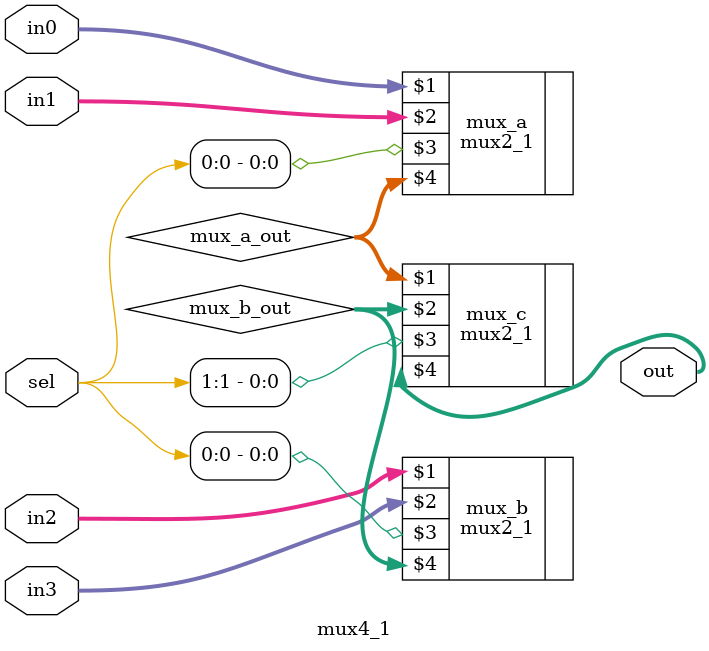
<source format=v>
`timescale 1ns / 1ps

// mux 4_1 din 2 mux-uri 2_1
module mux4_1(
    input [31:0] in0, in1, in2, in3,
    input [1:0] sel,
    output [31:0] out
    );

    wire [31:0] mux_a_out;
    wire [31:0] mux_b_out;

    mux2_1 mux_a (in0, in1, sel[0],mux_a_out);
    mux2_1 mux_b (in2, in3, sel[0], mux_b_out);
    mux2_1 mux_c (mux_a_out, mux_b_out, sel[1], out);

endmodule

</source>
